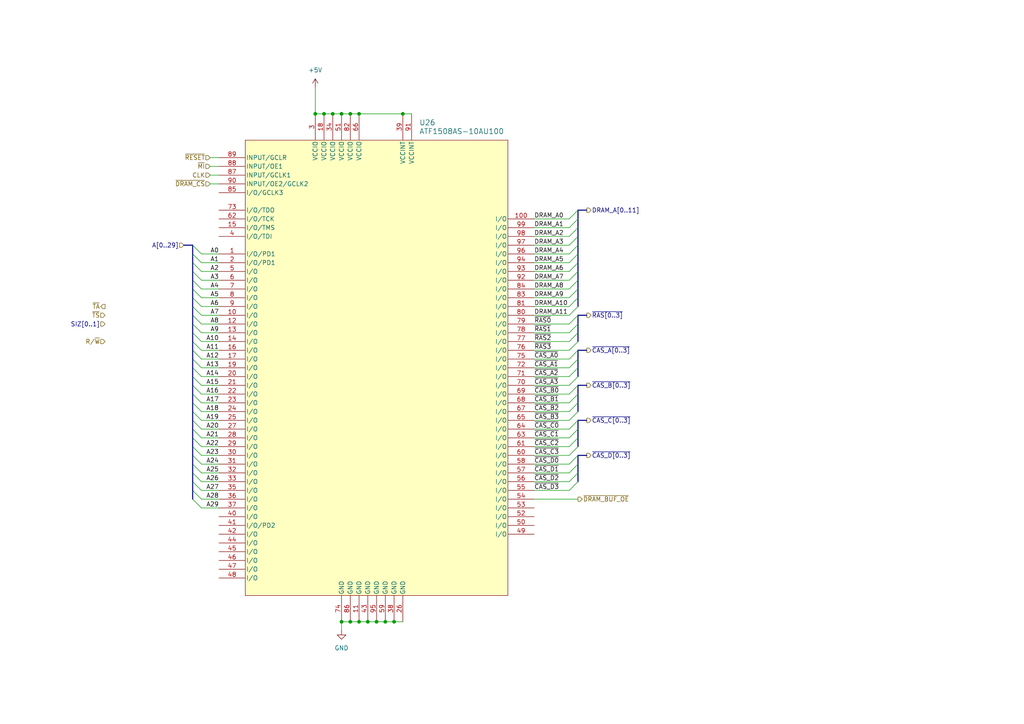
<source format=kicad_sch>
(kicad_sch (version 20230121) (generator eeschema)
  (paper "A4")
  (lib_symbols
    (symbol "68040:ATF1508AS-10AU100" (pin_names (offset 0.254))
      (property "Reference" "U" (at 0 2.54 0))
      (property "Value" "ATF1508AS-10AU100" (at 0 0 0))
      (symbol "ATF1508AS-10AU100_0_1"
        (pin bidirectional line (at -45.72 33.02 0) (length 7.62) (name "I/O/PD1") (number "1"))
        (pin bidirectional line (at -45.72 15.24 0) (length 7.62) (name "I/O") (number "10"))
        (pin bidirectional line (at 45.72 43.18 180) (length 7.62) (name "I/O") (number "100"))
        (pin power_in line (at -5.08 -73.66 90) (length 7.62) (name "GND") (number "11"))
        (pin bidirectional line (at -45.72 12.7 0) (length 7.62) (name "I/O") (number "12"))
        (pin bidirectional line (at -45.72 10.16 0) (length 7.62) (name "I/O") (number "13"))
        (pin bidirectional line (at -45.72 7.62 0) (length 7.62) (name "I/O") (number "14"))
        (pin bidirectional line (at -45.72 40.64 0) (length 7.62) (name "I/O/TMS") (number "15"))
        (pin bidirectional line (at -45.72 5.08 0) (length 7.62) (name "I/O") (number "16"))
        (pin bidirectional line (at -45.72 2.54 0) (length 7.62) (name "I/O") (number "17"))
        (pin power_in line (at -15.24 73.66 270) (length 7.62) (name "VCCIO") (number "18"))
        (pin bidirectional line (at -45.72 0 0) (length 7.62) (name "I/O") (number "19"))
        (pin bidirectional line (at -45.72 30.48 0) (length 7.62) (name "I/O/PD1") (number "2"))
        (pin bidirectional line (at -45.72 -2.54 0) (length 7.62) (name "I/O") (number "20"))
        (pin bidirectional line (at -45.72 -5.08 0) (length 7.62) (name "I/O") (number "21"))
        (pin bidirectional line (at -45.72 -7.62 0) (length 7.62) (name "I/O") (number "22"))
        (pin bidirectional line (at -45.72 -10.16 0) (length 7.62) (name "I/O") (number "23"))
        (pin bidirectional line (at -45.72 -12.7 0) (length 7.62) (name "I/O") (number "24"))
        (pin bidirectional line (at -45.72 -15.24 0) (length 7.62) (name "I/O") (number "25"))
        (pin power_in line (at 7.62 -73.66 90) (length 7.62) (name "GND") (number "26"))
        (pin bidirectional line (at -45.72 -17.78 0) (length 7.62) (name "I/O") (number "27"))
        (pin bidirectional line (at -45.72 -20.32 0) (length 7.62) (name "I/O") (number "28"))
        (pin bidirectional line (at -45.72 -22.86 0) (length 7.62) (name "I/O") (number "29"))
        (pin power_in line (at -17.78 73.66 270) (length 7.62) (name "VCCIO") (number "3"))
        (pin bidirectional line (at -45.72 -25.4 0) (length 7.62) (name "I/O") (number "30"))
        (pin bidirectional line (at -45.72 -27.94 0) (length 7.62) (name "I/O") (number "31"))
        (pin bidirectional line (at -45.72 -30.48 0) (length 7.62) (name "I/O") (number "32"))
        (pin bidirectional line (at -45.72 -33.02 0) (length 7.62) (name "I/O") (number "33"))
        (pin power_in line (at -12.7 73.66 270) (length 7.62) (name "VCCIO") (number "34"))
        (pin bidirectional line (at -45.72 -35.56 0) (length 7.62) (name "I/O") (number "35"))
        (pin bidirectional line (at -45.72 -38.1 0) (length 7.62) (name "I/O") (number "36"))
        (pin bidirectional line (at -45.72 -40.64 0) (length 7.62) (name "I/O") (number "37"))
        (pin power_in line (at 5.08 -73.66 90) (length 7.62) (name "GND") (number "38"))
        (pin power_in line (at 7.62 73.66 270) (length 7.62) (name "VCCINT") (number "39"))
        (pin bidirectional line (at -45.72 38.1 0) (length 7.62) (name "I/O/TDI") (number "4"))
        (pin bidirectional line (at -45.72 -43.18 0) (length 7.62) (name "I/O") (number "40"))
        (pin bidirectional line (at -45.72 -45.72 0) (length 7.62) (name "I/O/PD2") (number "41"))
        (pin bidirectional line (at -45.72 -48.26 0) (length 7.62) (name "I/O") (number "42"))
        (pin power_in line (at -2.54 -73.66 90) (length 7.62) (name "GND") (number "43"))
        (pin bidirectional line (at -45.72 -50.8 0) (length 7.62) (name "I/O") (number "44"))
        (pin bidirectional line (at -45.72 -53.34 0) (length 7.62) (name "I/O") (number "45"))
        (pin bidirectional line (at -45.72 -55.88 0) (length 7.62) (name "I/O") (number "46"))
        (pin bidirectional line (at -45.72 -58.42 0) (length 7.62) (name "I/O") (number "47"))
        (pin bidirectional line (at -45.72 -60.96 0) (length 7.62) (name "I/O") (number "48"))
        (pin bidirectional line (at 45.72 -48.26 180) (length 7.62) (name "I/O") (number "49"))
        (pin bidirectional line (at -45.72 27.94 0) (length 7.62) (name "I/O") (number "5"))
        (pin bidirectional line (at 45.72 -45.72 180) (length 7.62) (name "I/O") (number "50"))
        (pin power_in line (at -10.16 73.66 270) (length 7.62) (name "VCCIO") (number "51"))
        (pin bidirectional line (at 45.72 -43.18 180) (length 7.62) (name "I/O") (number "52"))
        (pin bidirectional line (at 45.72 -40.64 180) (length 7.62) (name "I/O") (number "53"))
        (pin bidirectional line (at 45.72 -38.1 180) (length 7.62) (name "I/O") (number "54"))
        (pin bidirectional line (at 45.72 -35.56 180) (length 7.62) (name "I/O") (number "55"))
        (pin bidirectional line (at 45.72 -33.02 180) (length 7.62) (name "I/O") (number "56"))
        (pin bidirectional line (at 45.72 -30.48 180) (length 7.62) (name "I/O") (number "57"))
        (pin bidirectional line (at 45.72 -27.94 180) (length 7.62) (name "I/O") (number "58"))
        (pin power_in line (at 2.54 -73.66 90) (length 7.62) (name "GND") (number "59"))
        (pin bidirectional line (at -45.72 25.4 0) (length 7.62) (name "I/O") (number "6"))
        (pin bidirectional line (at 45.72 -25.4 180) (length 7.62) (name "I/O") (number "60"))
        (pin bidirectional line (at 45.72 -22.86 180) (length 7.62) (name "I/O") (number "61"))
        (pin bidirectional line (at -45.72 43.18 0) (length 7.62) (name "I/O/TCK") (number "62"))
        (pin bidirectional line (at 45.72 -20.32 180) (length 7.62) (name "I/O") (number "63"))
        (pin bidirectional line (at 45.72 -17.78 180) (length 7.62) (name "I/O") (number "64"))
        (pin bidirectional line (at 45.72 -15.24 180) (length 7.62) (name "I/O") (number "65"))
        (pin power_in line (at -5.08 73.66 270) (length 7.62) (name "VCCIO") (number "66"))
        (pin bidirectional line (at 45.72 -12.7 180) (length 7.62) (name "I/O") (number "67"))
        (pin bidirectional line (at 45.72 -10.16 180) (length 7.62) (name "I/O") (number "68"))
        (pin bidirectional line (at 45.72 -7.62 180) (length 7.62) (name "I/O") (number "69"))
        (pin bidirectional line (at -45.72 22.86 0) (length 7.62) (name "I/O") (number "7"))
        (pin bidirectional line (at 45.72 -5.08 180) (length 7.62) (name "I/O") (number "70"))
        (pin bidirectional line (at 45.72 -2.54 180) (length 7.62) (name "I/O") (number "71"))
        (pin bidirectional line (at 45.72 0 180) (length 7.62) (name "I/O") (number "72"))
        (pin bidirectional line (at -45.72 45.72 0) (length 7.62) (name "I/O/TDO") (number "73"))
        (pin power_in line (at -10.16 -73.66 90) (length 7.62) (name "GND") (number "74"))
        (pin bidirectional line (at 45.72 2.54 180) (length 7.62) (name "I/O") (number "75"))
        (pin bidirectional line (at 45.72 5.08 180) (length 7.62) (name "I/O") (number "76"))
        (pin bidirectional line (at 45.72 7.62 180) (length 7.62) (name "I/O") (number "77"))
        (pin bidirectional line (at 45.72 10.16 180) (length 7.62) (name "I/O") (number "78"))
        (pin bidirectional line (at 45.72 12.7 180) (length 7.62) (name "I/O") (number "79"))
        (pin bidirectional line (at -45.72 20.32 0) (length 7.62) (name "I/O") (number "8"))
        (pin bidirectional line (at 45.72 15.24 180) (length 7.62) (name "I/O") (number "80"))
        (pin bidirectional line (at 45.72 17.78 180) (length 7.62) (name "I/O") (number "81"))
        (pin power_in line (at -7.62 73.66 270) (length 7.62) (name "VCCIO") (number "82"))
        (pin bidirectional line (at 45.72 20.32 180) (length 7.62) (name "I/O") (number "83"))
        (pin bidirectional line (at 45.72 22.86 180) (length 7.62) (name "I/O") (number "84"))
        (pin bidirectional line (at -45.72 50.8 0) (length 7.62) (name "I/O/GCLK3") (number "85"))
        (pin power_in line (at -7.62 -73.66 90) (length 7.62) (name "GND") (number "86"))
        (pin bidirectional line (at -45.72 55.88 0) (length 7.62) (name "INPUT/GCLK1") (number "87"))
        (pin bidirectional line (at -45.72 58.42 0) (length 7.62) (name "INPUT/OE1") (number "88"))
        (pin bidirectional line (at -45.72 60.96 0) (length 7.62) (name "INPUT/GCLR") (number "89"))
        (pin bidirectional line (at -45.72 17.78 0) (length 7.62) (name "I/O") (number "9"))
        (pin bidirectional line (at -45.72 53.34 0) (length 7.62) (name "INPUT/OE2/GCLK2") (number "90"))
        (pin power_in line (at 10.16 73.66 270) (length 7.62) (name "VCCINT") (number "91"))
        (pin bidirectional line (at 45.72 25.4 180) (length 7.62) (name "I/O") (number "92"))
        (pin bidirectional line (at 45.72 27.94 180) (length 7.62) (name "I/O") (number "93"))
        (pin bidirectional line (at 45.72 30.48 180) (length 7.62) (name "I/O") (number "94"))
        (pin power_in line (at 0 -73.66 90) (length 7.62) (name "GND") (number "95"))
        (pin bidirectional line (at 45.72 33.02 180) (length 7.62) (name "I/O") (number "96"))
        (pin bidirectional line (at 45.72 35.56 180) (length 7.62) (name "I/O") (number "97"))
        (pin bidirectional line (at 45.72 38.1 180) (length 7.62) (name "I/O") (number "98"))
        (pin bidirectional line (at 45.72 40.64 180) (length 7.62) (name "I/O") (number "99"))
      )
      (symbol "ATF1508AS-10AU100_1_1"
        (rectangle (start -38.1 66.04) (end 38.1 -66.04) (fill (type background)))
      )
    )
    (symbol "power:+5V" (power) (pin_names (offset 0))
      (property "Value" "+5V" (at 0 3.556 0))
      (symbol "+5V_0_1"
        (polyline (pts (xy -0.762 1.27) (xy 0 2.54)))
        (polyline (pts (xy 0 0) (xy 0 2.54)))
        (polyline (pts (xy 0 2.54) (xy 0.762 1.27)))
      )
      (symbol "+5V_1_1"
        (pin power_in line (at 0 0 90) (length 0) hide (name "+5V") (number "1"))
      )
    )
    (symbol "power:GND" (power) (pin_names (offset 0))
      (property "Value" "GND" (at 0 -3.81 0))
      (symbol "GND_0_1"
        (polyline (pts (xy 0 0) (xy 0 -1.27) (xy 1.27 -1.27) (xy 0 -2.54) (xy -1.27 -1.27) (xy 0 -1.27)))
      )
      (symbol "GND_1_1"
        (pin power_in line (at 0 0 270) (length 0) hide (name "GND") (number "1"))
      )
    )
  )
  (junction (at 101.6 180.34))
  (junction (at 93.98 33.02))
  (junction (at 111.76 180.34))
  (junction (at 96.52 33.02))
  (junction (at 91.44 33.02))
  (junction (at 104.14 33.02))
  (junction (at 106.68 180.34))
  (junction (at 114.3 180.34))
  (junction (at 104.14 180.34))
  (junction (at 116.84 33.02))
  (junction (at 99.06 180.34))
  (junction (at 109.22 180.34))
  (junction (at 101.6 33.02))
  (junction (at 99.06 33.02))
  (bus_entry (at 167.64 76.2) (size -2.54 2.54))
  (bus_entry (at 55.88 139.7) (size 2.54 2.54))
  (bus_entry (at 167.64 81.28) (size -2.54 2.54))
  (bus_entry (at 55.88 119.38) (size 2.54 2.54))
  (bus_entry (at 55.88 104.14) (size 2.54 2.54))
  (bus_entry (at 167.64 101.6) (size -2.54 2.54))
  (bus_entry (at 55.88 116.84) (size 2.54 2.54))
  (bus_entry (at 167.64 137.16) (size -2.54 2.54))
  (bus_entry (at 167.64 86.36) (size -2.54 2.54))
  (bus_entry (at 167.64 129.54) (size -2.54 2.54))
  (bus_entry (at 55.88 86.36) (size 2.54 2.54))
  (bus_entry (at 55.88 134.62) (size 2.54 2.54))
  (bus_entry (at 167.64 83.82) (size -2.54 2.54))
  (bus_entry (at 55.88 127) (size 2.54 2.54))
  (bus_entry (at 167.64 139.7) (size -2.54 2.54))
  (bus_entry (at 167.64 63.5) (size -2.54 2.54))
  (bus_entry (at 167.64 66.04) (size -2.54 2.54))
  (bus_entry (at 55.88 81.28) (size 2.54 2.54))
  (bus_entry (at 167.64 132.08) (size -2.54 2.54))
  (bus_entry (at 167.64 71.12) (size -2.54 2.54))
  (bus_entry (at 55.88 88.9) (size 2.54 2.54))
  (bus_entry (at 167.64 134.62) (size -2.54 2.54))
  (bus_entry (at 167.64 116.84) (size -2.54 2.54))
  (bus_entry (at 167.64 104.14) (size -2.54 2.54))
  (bus_entry (at 167.64 119.38) (size -2.54 2.54))
  (bus_entry (at 167.64 68.58) (size -2.54 2.54))
  (bus_entry (at 55.88 93.98) (size 2.54 2.54))
  (bus_entry (at 167.64 121.92) (size -2.54 2.54))
  (bus_entry (at 55.88 109.22) (size 2.54 2.54))
  (bus_entry (at 55.88 144.78) (size 2.54 2.54))
  (bus_entry (at 55.88 114.3) (size 2.54 2.54))
  (bus_entry (at 167.64 124.46) (size -2.54 2.54))
  (bus_entry (at 167.64 114.3) (size -2.54 2.54))
  (bus_entry (at 167.64 60.96) (size -2.54 2.54))
  (bus_entry (at 55.88 78.74) (size 2.54 2.54))
  (bus_entry (at 55.88 121.92) (size 2.54 2.54))
  (bus_entry (at 167.64 73.66) (size -2.54 2.54))
  (bus_entry (at 167.64 109.22) (size -2.54 2.54))
  (bus_entry (at 55.88 73.66) (size 2.54 2.54))
  (bus_entry (at 167.64 127) (size -2.54 2.54))
  (bus_entry (at 55.88 71.12) (size 2.54 2.54))
  (bus_entry (at 55.88 83.82) (size 2.54 2.54))
  (bus_entry (at 55.88 101.6) (size 2.54 2.54))
  (bus_entry (at 167.64 93.98) (size -2.54 2.54))
  (bus_entry (at 167.64 96.52) (size -2.54 2.54))
  (bus_entry (at 55.88 132.08) (size 2.54 2.54))
  (bus_entry (at 167.64 111.76) (size -2.54 2.54))
  (bus_entry (at 167.64 78.74) (size -2.54 2.54))
  (bus_entry (at 55.88 76.2) (size 2.54 2.54))
  (bus_entry (at 55.88 91.44) (size 2.54 2.54))
  (bus_entry (at 55.88 96.52) (size 2.54 2.54))
  (bus_entry (at 55.88 129.54) (size 2.54 2.54))
  (bus_entry (at 55.88 137.16) (size 2.54 2.54))
  (bus_entry (at 55.88 106.68) (size 2.54 2.54))
  (bus_entry (at 55.88 124.46) (size 2.54 2.54))
  (bus_entry (at 55.88 111.76) (size 2.54 2.54))
  (bus_entry (at 167.64 88.9) (size -2.54 2.54))
  (bus_entry (at 55.88 99.06) (size 2.54 2.54))
  (bus_entry (at 55.88 142.24) (size 2.54 2.54))
  (bus_entry (at 167.64 99.06) (size -2.54 2.54))
  (bus_entry (at 167.64 106.68) (size -2.54 2.54))
  (bus_entry (at 167.64 91.44) (size -2.54 2.54))
  (bus (pts (xy 167.64 137.16) (xy 167.64 139.7)))
  (wire (pts (xy 93.98 33.02) (xy 96.52 33.02)))
  (wire (pts (xy 99.06 180.34) (xy 101.6 180.34)))
  (wire (pts (xy 154.94 139.7) (xy 165.1 139.7)))
  (wire (pts (xy 154.94 66.04) (xy 165.1 66.04)))
  (wire (pts (xy 154.94 142.24) (xy 165.1 142.24)))
  (wire (pts (xy 58.42 104.14) (xy 63.5 104.14)))
  (bus (pts (xy 167.64 104.14) (xy 167.64 106.68)))
  (wire (pts (xy 58.42 129.54) (xy 63.5 129.54)))
  (bus (pts (xy 55.88 119.38) (xy 55.88 121.92)))
  (bus (pts (xy 55.88 134.62) (xy 55.88 137.16)))
  (bus (pts (xy 55.88 124.46) (xy 55.88 127)))
  (bus (pts (xy 55.88 142.24) (xy 55.88 144.78)))
  (wire (pts (xy 58.42 147.32) (xy 63.5 147.32)))
  (wire (pts (xy 58.42 106.68) (xy 63.5 106.68)))
  (wire (pts (xy 58.42 91.44) (xy 63.5 91.44)))
  (wire (pts (xy 154.94 101.6) (xy 165.1 101.6)))
  (wire (pts (xy 154.94 91.44) (xy 165.1 91.44)))
  (bus (pts (xy 167.64 91.44) (xy 167.64 93.98)))
  (wire (pts (xy 154.94 99.06) (xy 165.1 99.06)))
  (bus (pts (xy 167.64 116.84) (xy 167.64 119.38)))
  (bus (pts (xy 167.64 96.52) (xy 167.64 99.06)))
  (wire (pts (xy 154.94 121.92) (xy 165.1 121.92)))
  (wire (pts (xy 96.52 33.02) (xy 99.06 33.02)))
  (wire (pts (xy 58.42 99.06) (xy 63.5 99.06)))
  (wire (pts (xy 60.96 53.34) (xy 63.5 53.34)))
  (wire (pts (xy 154.94 78.74) (xy 165.1 78.74)))
  (bus (pts (xy 55.88 137.16) (xy 55.88 139.7)))
  (bus (pts (xy 55.88 76.2) (xy 55.88 78.74)))
  (wire (pts (xy 154.94 96.52) (xy 165.1 96.52)))
  (bus (pts (xy 167.64 76.2) (xy 167.64 78.74)))
  (wire (pts (xy 58.42 137.16) (xy 63.5 137.16)))
  (wire (pts (xy 154.94 93.98) (xy 165.1 93.98)))
  (wire (pts (xy 58.42 88.9) (xy 63.5 88.9)))
  (wire (pts (xy 58.42 116.84) (xy 63.5 116.84)))
  (wire (pts (xy 58.42 144.78) (xy 63.5 144.78)))
  (wire (pts (xy 154.94 73.66) (xy 165.1 73.66)))
  (wire (pts (xy 154.94 86.36) (xy 165.1 86.36)))
  (wire (pts (xy 104.14 180.34) (xy 106.68 180.34)))
  (wire (pts (xy 58.42 73.66) (xy 63.5 73.66)))
  (wire (pts (xy 58.42 76.2) (xy 63.5 76.2)))
  (bus (pts (xy 55.88 93.98) (xy 55.88 96.52)))
  (bus (pts (xy 167.64 134.62) (xy 167.64 137.16)))
  (wire (pts (xy 154.94 106.68) (xy 165.1 106.68)))
  (wire (pts (xy 154.94 137.16) (xy 165.1 137.16)))
  (wire (pts (xy 154.94 81.28) (xy 165.1 81.28)))
  (wire (pts (xy 154.94 68.58) (xy 165.1 68.58)))
  (wire (pts (xy 154.94 132.08) (xy 165.1 132.08)))
  (wire (pts (xy 60.96 45.72) (xy 63.5 45.72)))
  (bus (pts (xy 167.64 81.28) (xy 167.64 83.82)))
  (wire (pts (xy 106.68 180.34) (xy 109.22 180.34)))
  (bus (pts (xy 55.88 91.44) (xy 55.88 93.98)))
  (wire (pts (xy 116.84 33.02) (xy 119.38 33.02)))
  (bus (pts (xy 55.88 86.36) (xy 55.88 88.9)))
  (bus (pts (xy 167.64 66.04) (xy 167.64 68.58)))
  (wire (pts (xy 154.94 119.38) (xy 165.1 119.38)))
  (wire (pts (xy 154.94 76.2) (xy 165.1 76.2)))
  (bus (pts (xy 167.64 132.08) (xy 167.64 134.62)))
  (wire (pts (xy 154.94 116.84) (xy 165.1 116.84)))
  (bus (pts (xy 167.64 106.68) (xy 167.64 109.22)))
  (wire (pts (xy 58.42 96.52) (xy 63.5 96.52)))
  (bus (pts (xy 55.88 114.3) (xy 55.88 116.84)))
  (bus (pts (xy 55.88 129.54) (xy 55.88 132.08)))
  (wire (pts (xy 154.94 63.5) (xy 165.1 63.5)))
  (wire (pts (xy 154.94 109.22) (xy 165.1 109.22)))
  (wire (pts (xy 101.6 33.02) (xy 104.14 33.02)))
  (wire (pts (xy 58.42 142.24) (xy 63.5 142.24)))
  (wire (pts (xy 154.94 83.82) (xy 165.1 83.82)))
  (bus (pts (xy 167.64 60.96) (xy 167.64 63.5)))
  (bus (pts (xy 167.64 114.3) (xy 167.64 116.84)))
  (wire (pts (xy 101.6 180.34) (xy 104.14 180.34)))
  (wire (pts (xy 58.42 119.38) (xy 63.5 119.38)))
  (wire (pts (xy 154.94 129.54) (xy 165.1 129.54)))
  (bus (pts (xy 55.88 71.12) (xy 55.88 73.66)))
  (wire (pts (xy 58.42 124.46) (xy 63.5 124.46)))
  (wire (pts (xy 154.94 114.3) (xy 165.1 114.3)))
  (bus (pts (xy 53.34 71.12) (xy 55.88 71.12)))
  (wire (pts (xy 58.42 127) (xy 63.5 127)))
  (wire (pts (xy 109.22 180.34) (xy 111.76 180.34)))
  (bus (pts (xy 167.64 111.76) (xy 167.64 114.3)))
  (bus (pts (xy 167.64 68.58) (xy 167.64 71.12)))
  (wire (pts (xy 114.3 180.34) (xy 116.84 180.34)))
  (bus (pts (xy 167.64 124.46) (xy 167.64 127)))
  (bus (pts (xy 167.64 121.92) (xy 167.64 124.46)))
  (wire (pts (xy 58.42 78.74) (xy 63.5 78.74)))
  (bus (pts (xy 170.18 111.76) (xy 167.64 111.76)))
  (bus (pts (xy 55.88 106.68) (xy 55.88 109.22)))
  (bus (pts (xy 55.88 73.66) (xy 55.88 76.2)))
  (bus (pts (xy 167.64 83.82) (xy 167.64 86.36)))
  (bus (pts (xy 170.18 132.08) (xy 167.64 132.08)))
  (bus (pts (xy 167.64 93.98) (xy 167.64 96.52)))
  (wire (pts (xy 58.42 121.92) (xy 63.5 121.92)))
  (wire (pts (xy 91.44 33.02) (xy 93.98 33.02)))
  (bus (pts (xy 167.64 71.12) (xy 167.64 73.66)))
  (bus (pts (xy 55.88 111.76) (xy 55.88 114.3)))
  (bus (pts (xy 55.88 109.22) (xy 55.88 111.76)))
  (bus (pts (xy 55.88 83.82) (xy 55.88 86.36)))
  (wire (pts (xy 154.94 127) (xy 165.1 127)))
  (bus (pts (xy 55.88 99.06) (xy 55.88 101.6)))
  (wire (pts (xy 58.42 134.62) (xy 63.5 134.62)))
  (wire (pts (xy 99.06 33.02) (xy 101.6 33.02)))
  (wire (pts (xy 154.94 124.46) (xy 165.1 124.46)))
  (wire (pts (xy 58.42 81.28) (xy 63.5 81.28)))
  (bus (pts (xy 170.18 91.44) (xy 167.64 91.44)))
  (wire (pts (xy 58.42 83.82) (xy 63.5 83.82)))
  (wire (pts (xy 99.06 182.88) (xy 99.06 180.34)))
  (bus (pts (xy 55.88 101.6) (xy 55.88 104.14)))
  (bus (pts (xy 55.88 121.92) (xy 55.88 124.46)))
  (wire (pts (xy 58.42 93.98) (xy 63.5 93.98)))
  (bus (pts (xy 55.88 127) (xy 55.88 129.54)))
  (wire (pts (xy 104.14 33.02) (xy 116.84 33.02)))
  (bus (pts (xy 167.64 63.5) (xy 167.64 66.04)))
  (wire (pts (xy 60.96 50.8) (xy 63.5 50.8)))
  (bus (pts (xy 170.18 121.92) (xy 167.64 121.92)))
  (wire (pts (xy 58.42 109.22) (xy 63.5 109.22)))
  (bus (pts (xy 170.18 60.96) (xy 167.64 60.96)))
  (bus (pts (xy 167.64 78.74) (xy 167.64 81.28)))
  (bus (pts (xy 167.64 86.36) (xy 167.64 88.9)))
  (wire (pts (xy 154.94 88.9) (xy 165.1 88.9)))
  (wire (pts (xy 154.94 111.76) (xy 165.1 111.76)))
  (bus (pts (xy 167.64 73.66) (xy 167.64 76.2)))
  (wire (pts (xy 154.94 104.14) (xy 165.1 104.14)))
  (wire (pts (xy 60.96 48.26) (xy 63.5 48.26)))
  (wire (pts (xy 58.42 101.6) (xy 63.5 101.6)))
  (wire (pts (xy 58.42 132.08) (xy 63.5 132.08)))
  (wire (pts (xy 58.42 111.76) (xy 63.5 111.76)))
  (wire (pts (xy 154.94 144.78) (xy 167.64 144.78)))
  (bus (pts (xy 55.88 139.7) (xy 55.88 142.24)))
  (bus (pts (xy 55.88 132.08) (xy 55.88 134.62)))
  (wire (pts (xy 58.42 139.7) (xy 63.5 139.7)))
  (wire (pts (xy 58.42 86.36) (xy 63.5 86.36)))
  (bus (pts (xy 55.88 96.52) (xy 55.88 99.06)))
  (bus (pts (xy 55.88 81.28) (xy 55.88 83.82)))
  (bus (pts (xy 55.88 104.14) (xy 55.88 106.68)))
  (wire (pts (xy 154.94 134.62) (xy 165.1 134.62)))
  (wire (pts (xy 111.76 180.34) (xy 114.3 180.34)))
  (bus (pts (xy 55.88 116.84) (xy 55.88 119.38)))
  (bus (pts (xy 167.64 127) (xy 167.64 129.54)))
  (bus (pts (xy 55.88 78.74) (xy 55.88 81.28)))
  (wire (pts (xy 91.44 25.4) (xy 91.44 33.02)))
  (bus (pts (xy 55.88 88.9) (xy 55.88 91.44)))
  (wire (pts (xy 58.42 114.3) (xy 63.5 114.3)))
  (bus (pts (xy 167.64 101.6) (xy 167.64 104.14)))
  (wire (pts (xy 154.94 71.12) (xy 165.1 71.12)))
  (bus (pts (xy 170.18 101.6) (xy 167.64 101.6)))
  (label "~{CAS_D3}" (at 154.94 142.24 0))
  (label "~{CAS_B2}" (at 154.94 119.38 0))
  (label "A4" (at 63.5 83.82 180))
  (label "DRAM_A0" (at 154.94 63.5 0))
  (label "A6" (at 63.5 88.9 180))
  (label "A21" (at 63.5 127 180))
  (label "A13" (at 63.5 106.68 180))
  (label "A5" (at 63.5 86.36 180))
  (label "A9" (at 63.5 96.52 180))
  (label "A11" (at 63.5 101.6 180))
  (label "~{CAS_B1}" (at 154.94 116.84 0))
  (label "~{CAS_A1}" (at 154.94 106.68 0))
  (label "~{RAS3}" (at 154.94 101.6 0))
  (label "A14" (at 63.5 109.22 180))
  (label "A3" (at 63.5 81.28 180))
  (label "DRAM_A6" (at 154.94 78.74 0))
  (label "A0" (at 63.5 73.66 180))
  (label "~{RAS1}" (at 154.94 96.52 0))
  (label "A1" (at 63.5 76.2 180))
  (label "~{CAS_A2}" (at 154.94 109.22 0))
  (label "A15" (at 63.5 111.76 180))
  (label "A2" (at 63.5 78.74 180))
  (label "A16" (at 63.5 114.3 180))
  (label "~{CAS_B3}" (at 154.94 121.92 0))
  (label "~{CAS_B0}" (at 154.94 114.3 0))
  (label "A18" (at 63.5 119.38 180))
  (label "DRAM_A9" (at 154.94 86.36 0))
  (label "DRAM_A4" (at 154.94 73.66 0))
  (label "DRAM_A5" (at 154.94 76.2 0))
  (label "A23" (at 63.5 132.08 180))
  (label "DRAM_A10" (at 154.94 88.9 0))
  (label "~{CAS_A3}" (at 154.94 111.76 0))
  (label "A26" (at 63.5 139.7 180))
  (label "~{RAS0}" (at 154.94 93.98 0))
  (label "A12" (at 63.5 104.14 180))
  (label "A28" (at 63.5 144.78 180))
  (label "A25" (at 63.5 137.16 180))
  (label "DRAM_A2" (at 154.94 68.58 0))
  (label "~{RAS2}" (at 154.94 99.06 0))
  (label "A27" (at 63.5 142.24 180))
  (label "~{CAS_A0}" (at 154.94 104.14 0))
  (label "A20" (at 63.5 124.46 180))
  (label "A17" (at 63.5 116.84 180))
  (label "A8" (at 63.5 93.98 180))
  (label "~{CAS_C0}" (at 154.94 124.46 0))
  (label "A10" (at 63.5 99.06 180))
  (label "DRAM_A7" (at 154.94 81.28 0))
  (label "~{CAS_D2}" (at 154.94 139.7 0))
  (label "DRAM_A11" (at 154.94 91.44 0))
  (label "A22" (at 63.5 129.54 180))
  (label "~{CAS_C2}" (at 154.94 129.54 0))
  (label "A24" (at 63.5 134.62 180))
  (label "~{CAS_C1}" (at 154.94 127 0))
  (label "A19" (at 63.5 121.92 180))
  (label "~{CAS_D1}" (at 154.94 137.16 0))
  (label "~{CAS_D0}" (at 154.94 134.62 0))
  (label "DRAM_A8" (at 154.94 83.82 0))
  (label "A29" (at 63.5 147.32 180))
  (label "DRAM_A3" (at 154.94 71.12 0))
  (label "A7" (at 63.5 91.44 180))
  (label "~{CAS_C3}" (at 154.94 132.08 0))
  (label "DRAM_A1" (at 154.94 66.04 0))
  (hierarchical_label "~{MI}" (shape input) (at 60.96 48.26 180))
  (hierarchical_label "~{CAS_D[0..3]}" (shape output) (at 170.18 132.08 0))
  (hierarchical_label "CLK" (shape input) (at 60.96 50.8 180))
  (hierarchical_label "~{DRAM_BUF_OE}" (shape output) (at 167.64 144.78 0))
  (hierarchical_label "DRAM_A[0..11]" (shape output) (at 170.18 60.96 0))
  (hierarchical_label "~{TA}" (shape output) (at 30.48 88.9 180))
  (hierarchical_label "~{RAS[0..3]}" (shape output) (at 170.18 91.44 0))
  (hierarchical_label "A[0..29]" (shape input) (at 53.34 71.12 180))
  (hierarchical_label "~{DRAM_CS}" (shape input) (at 60.96 53.34 180))
  (hierarchical_label "SIZ[0..1]" (shape input) (at 30.48 93.98 180))
  (hierarchical_label "~{CAS_C[0..3]}" (shape output) (at 170.18 121.92 0))
  (hierarchical_label "~{CAS_B[0..3]}" (shape output) (at 170.18 111.76 0))
  (hierarchical_label "~{RESET}" (shape input) (at 60.96 45.72 180))
  (hierarchical_label "R{slash}~{W}" (shape input) (at 30.48 99.06 180))
  (hierarchical_label "~{TS}" (shape input) (at 30.48 91.44 180))
  (hierarchical_label "~{CAS_A[0..3]}" (shape output) (at 170.18 101.6 0))
  (symbol (lib_id "68040:ATF1508AS-10AU100") (at 109.22 106.68 0) (unit 1)
    (property "Reference" "U26" (at 121.5741 35.56 0) (effects (font (size 1.524 1.524)) (justify left)))
    (property "Value" "ATF1508AS-10AU100" (at 121.5741 38.1 0) (effects (font (size 1.524 1.524)) (justify left)))
    (property "Footprint" "68040:100A_ATM" (effects hide))
    (property "Datasheet" "ATF1508AS-10AU100" (effects hide))
  )
  (symbol (lib_id "power:GND") (at 99.06 182.88 0) (unit 1)
    (property "Reference" "#PWR0113" (effects hide))
    (property "Value" "GND" (at 99.06 187.96 0))
  )
  (symbol (lib_id "power:+5V") (at 91.44 25.4 0) (unit 1)
    (property "Reference" "#PWR0111" (effects hide))
    (property "Value" "+5V" (at 91.44 20.32 0))
  )
)
</source>
